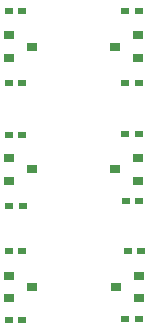
<source format=gbr>
%TF.GenerationSoftware,Altium Limited,Altium Designer,18.1.9 (240)*%
G04 Layer_Color=128*
%FSLAX26Y26*%
%MOIN*%
%TF.FileFunction,Paste,Bot*%
%TF.Part,Single*%
G01*
G75*
%TA.AperFunction,SMDPad,CuDef*%
%ADD19R,0.035433X0.031496*%
%ADD42R,0.029528X0.023622*%
D19*
X2615567Y3914454D02*
D03*
Y3989257D02*
D03*
X2694307Y3951855D02*
D03*
X2615567Y3504812D02*
D03*
Y3579615D02*
D03*
X2694307Y3542214D02*
D03*
X2615567Y3113021D02*
D03*
Y3187824D02*
D03*
X2694307Y3150422D02*
D03*
X3047528Y3989257D02*
D03*
Y3914454D02*
D03*
X2968788Y3951855D02*
D03*
X3047528Y3579615D02*
D03*
Y3504812D02*
D03*
X2968788Y3542214D02*
D03*
X3050063Y3187824D02*
D03*
Y3113021D02*
D03*
X2971323Y3150422D02*
D03*
D42*
X2615670Y4068855D02*
D03*
X2660945D02*
D03*
X2615670Y3829855D02*
D03*
X2660945D02*
D03*
X2615567Y3658816D02*
D03*
X2660843D02*
D03*
X2617000Y3419816D02*
D03*
X2662276D02*
D03*
X2615032Y3270422D02*
D03*
X2660307D02*
D03*
X2615032Y3041950D02*
D03*
X2660307D02*
D03*
X3047799Y4068855D02*
D03*
X3002523D02*
D03*
X3047796Y3828855D02*
D03*
X3002520D02*
D03*
X3050276Y3437000D02*
D03*
X3005000D02*
D03*
X3049276Y3660000D02*
D03*
X3004000D02*
D03*
X3057063Y3272021D02*
D03*
X3011788D02*
D03*
X3048928Y3043052D02*
D03*
X3003653D02*
D03*
%TF.MD5,9717ce93928545460d3d5e2b15313cf2*%
M02*

</source>
